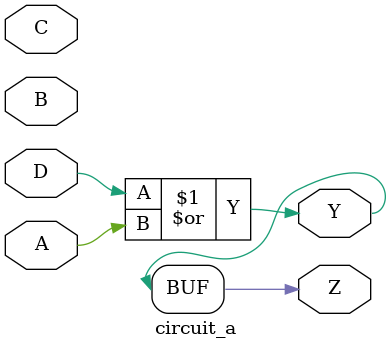
<source format=v>
module circuit_a(
    input A,
    input B,
    input C,
    input D,
    output Y,
    output Z
);

    assign Y = D | A;
    assign Z = Y;
    
endmodule

</source>
